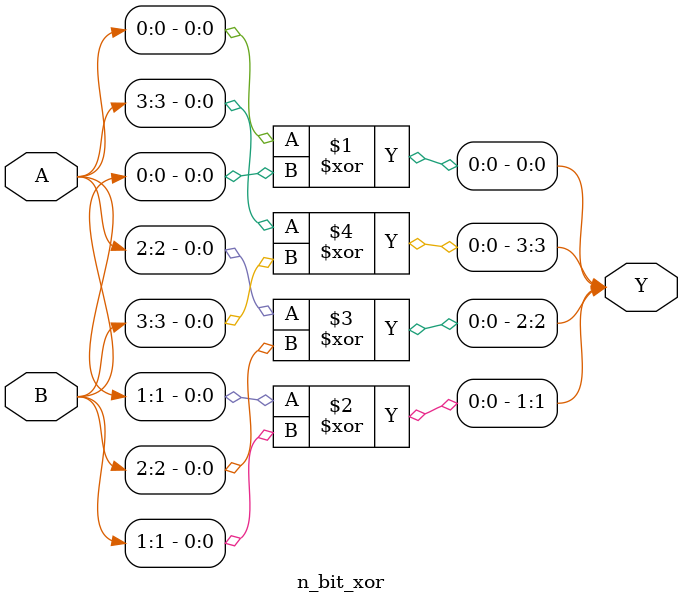
<source format=sv>
module n_bit_xor #(parameter N = 4) (
	input logic [N-1:0] A,
	input logic [N-1:0] B,
	output logic [N-1:0] Y
);

	generate
		genvar i;
		for (i = 0; i < N; i++) begin : and_i
			assign Y[i] = A[i] ^ B[i];
		end
	endgenerate
	
endmodule

</source>
